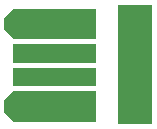
<source format=gts>
G04 #@! TF.FileFunction,Soldermask,Top*
%FSLAX46Y46*%
G04 Gerber Fmt 4.6, Leading zero omitted, Abs format (unit mm)*
G04 Created by KiCad (PCBNEW 4.0.4+e1-6308~48~ubuntu14.04.1-stable) date Sat Nov 26 19:44:48 2016*
%MOMM*%
%LPD*%
G01*
G04 APERTURE LIST*
%ADD10C,0.350000*%
%ADD11C,0.010000*%
G04 APERTURE END LIST*
D10*
D11*
G36*
X18500000Y-25250000D02*
X25500000Y-25250000D01*
X25500000Y-23750000D01*
X18500000Y-23750000D01*
X18500000Y-25250000D01*
X18500000Y-25250000D01*
G37*
X18500000Y-25250000D02*
X25500000Y-25250000D01*
X25500000Y-23750000D01*
X18500000Y-23750000D01*
X18500000Y-25250000D01*
G36*
X25500000Y-25750000D02*
X18500000Y-25750000D01*
X17750000Y-26500000D01*
X17750000Y-27500000D01*
X18500000Y-28250000D01*
X25500000Y-28250000D01*
X25500000Y-25750000D01*
X25500000Y-25750000D01*
G37*
X25500000Y-25750000D02*
X18500000Y-25750000D01*
X17750000Y-26500000D01*
X17750000Y-27500000D01*
X18500000Y-28250000D01*
X25500000Y-28250000D01*
X25500000Y-25750000D01*
G36*
X18500000Y-23250000D02*
X25500000Y-23250000D01*
X25500000Y-21750000D01*
X18500000Y-21750000D01*
X18500000Y-23250000D01*
X18500000Y-23250000D01*
G37*
X18500000Y-23250000D02*
X25500000Y-23250000D01*
X25500000Y-21750000D01*
X18500000Y-21750000D01*
X18500000Y-23250000D01*
G36*
X25500000Y-18750000D02*
X25500000Y-21250000D01*
X18500000Y-21250000D01*
X17750000Y-20500000D01*
X17750000Y-19500000D01*
X18500000Y-18750000D01*
X25500000Y-18750000D01*
X25500000Y-18750000D01*
G37*
X25500000Y-18750000D02*
X25500000Y-21250000D01*
X18500000Y-21250000D01*
X17750000Y-20500000D01*
X17750000Y-19500000D01*
X18500000Y-18750000D01*
X25500000Y-18750000D01*
D10*
G36*
X30276800Y-28498800D02*
X27432000Y-28498800D01*
X27432000Y-18440400D01*
X30276800Y-18440400D01*
X30276800Y-28498800D01*
X30276800Y-28498800D01*
G37*
M02*

</source>
